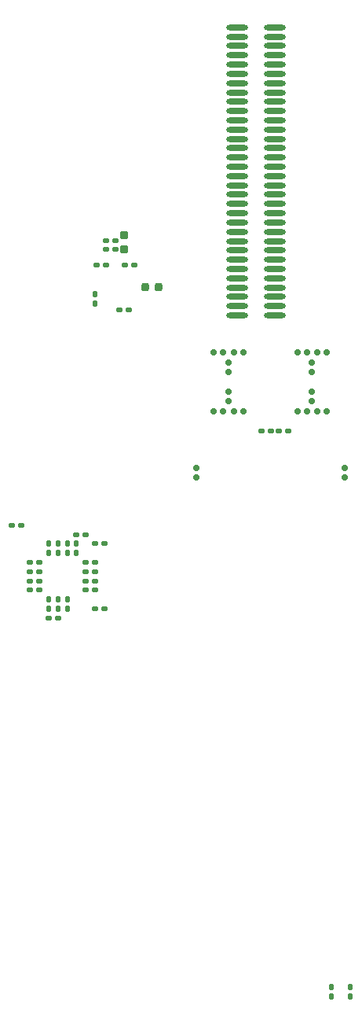
<source format=gbp>
G04*
G04 #@! TF.GenerationSoftware,Altium Limited,Altium Designer,21.7.2 (23)*
G04*
G04 Layer_Color=128*
%FSLAX43Y43*%
%MOMM*%
G71*
G04*
G04 #@! TF.SameCoordinates,A774AA4E-E338-4311-BF28-223F750F7C6B*
G04*
G04*
G04 #@! TF.FilePolarity,Positive*
G04*
G01*
G75*
G04:AMPARAMS|DCode=23|XSize=0.61mm|YSize=0.6mm|CornerRadius=0.15mm|HoleSize=0mm|Usage=FLASHONLY|Rotation=180.000|XOffset=0mm|YOffset=0mm|HoleType=Round|Shape=RoundedRectangle|*
%AMROUNDEDRECTD23*
21,1,0.610,0.300,0,0,180.0*
21,1,0.310,0.600,0,0,180.0*
1,1,0.300,-0.155,0.150*
1,1,0.300,0.155,0.150*
1,1,0.300,0.155,-0.150*
1,1,0.300,-0.155,-0.150*
%
%ADD23ROUNDEDRECTD23*%
G04:AMPARAMS|DCode=26|XSize=0.5mm|YSize=0.6mm|CornerRadius=0.125mm|HoleSize=0mm|Usage=FLASHONLY|Rotation=90.000|XOffset=0mm|YOffset=0mm|HoleType=Round|Shape=RoundedRectangle|*
%AMROUNDEDRECTD26*
21,1,0.500,0.350,0,0,90.0*
21,1,0.250,0.600,0,0,90.0*
1,1,0.250,0.175,0.125*
1,1,0.250,0.175,-0.125*
1,1,0.250,-0.175,-0.125*
1,1,0.250,-0.175,0.125*
%
%ADD26ROUNDEDRECTD26*%
G04:AMPARAMS|DCode=36|XSize=0.5mm|YSize=0.6mm|CornerRadius=0.125mm|HoleSize=0mm|Usage=FLASHONLY|Rotation=180.000|XOffset=0mm|YOffset=0mm|HoleType=Round|Shape=RoundedRectangle|*
%AMROUNDEDRECTD36*
21,1,0.500,0.350,0,0,180.0*
21,1,0.250,0.600,0,0,180.0*
1,1,0.250,-0.125,0.175*
1,1,0.250,0.125,0.175*
1,1,0.250,0.125,-0.175*
1,1,0.250,-0.125,-0.175*
%
%ADD36ROUNDEDRECTD36*%
G04:AMPARAMS|DCode=37|XSize=0.9mm|YSize=0.8mm|CornerRadius=0.2mm|HoleSize=0mm|Usage=FLASHONLY|Rotation=0.000|XOffset=0mm|YOffset=0mm|HoleType=Round|Shape=RoundedRectangle|*
%AMROUNDEDRECTD37*
21,1,0.900,0.400,0,0,0.0*
21,1,0.500,0.800,0,0,0.0*
1,1,0.400,0.250,-0.200*
1,1,0.400,-0.250,-0.200*
1,1,0.400,-0.250,0.200*
1,1,0.400,0.250,0.200*
%
%ADD37ROUNDEDRECTD37*%
G04:AMPARAMS|DCode=41|XSize=0.61mm|YSize=0.6mm|CornerRadius=0.15mm|HoleSize=0mm|Usage=FLASHONLY|Rotation=270.000|XOffset=0mm|YOffset=0mm|HoleType=Round|Shape=RoundedRectangle|*
%AMROUNDEDRECTD41*
21,1,0.610,0.300,0,0,270.0*
21,1,0.310,0.600,0,0,270.0*
1,1,0.300,-0.150,-0.155*
1,1,0.300,-0.150,0.155*
1,1,0.300,0.150,0.155*
1,1,0.300,0.150,-0.155*
%
%ADD41ROUNDEDRECTD41*%
G04:AMPARAMS|DCode=44|XSize=0.9mm|YSize=0.8mm|CornerRadius=0.2mm|HoleSize=0mm|Usage=FLASHONLY|Rotation=270.000|XOffset=0mm|YOffset=0mm|HoleType=Round|Shape=RoundedRectangle|*
%AMROUNDEDRECTD44*
21,1,0.900,0.400,0,0,270.0*
21,1,0.500,0.800,0,0,270.0*
1,1,0.400,-0.200,-0.250*
1,1,0.400,-0.200,0.250*
1,1,0.400,0.200,0.250*
1,1,0.400,0.200,-0.250*
%
%ADD44ROUNDEDRECTD44*%
%ADD179O,2.337X0.610*%
D23*
X84400Y128467D02*
D03*
Y129483D02*
D03*
Y126383D02*
D03*
Y125367D02*
D03*
X93400Y129483D02*
D03*
Y128467D02*
D03*
Y126383D02*
D03*
Y125367D02*
D03*
X80900Y118183D02*
D03*
Y117167D02*
D03*
X96900Y118183D02*
D03*
Y117167D02*
D03*
D26*
X89825Y122125D02*
D03*
X71150Y141700D02*
D03*
X72150D02*
D03*
X71150Y142607D02*
D03*
X72150D02*
D03*
X70150Y140000D02*
D03*
X71150D02*
D03*
X73200D02*
D03*
X74200D02*
D03*
X73650Y135200D02*
D03*
X72650D02*
D03*
X90825Y122125D02*
D03*
X88975D02*
D03*
X87975D02*
D03*
X69000Y111000D02*
D03*
X68000D02*
D03*
X71000Y110000D02*
D03*
X70000D02*
D03*
Y108000D02*
D03*
X69000D02*
D03*
X70000Y107000D02*
D03*
X69000D02*
D03*
X70000Y106000D02*
D03*
X69000D02*
D03*
X70000Y105000D02*
D03*
X69000D02*
D03*
X71000Y103000D02*
D03*
X70000D02*
D03*
X65000Y102000D02*
D03*
X66000D02*
D03*
X63000Y105000D02*
D03*
X64000D02*
D03*
X63000Y106000D02*
D03*
X64000D02*
D03*
X63000Y108000D02*
D03*
X64000D02*
D03*
X63000Y107000D02*
D03*
X64000D02*
D03*
X61000Y112000D02*
D03*
X62000D02*
D03*
D36*
X97500Y62250D02*
D03*
Y61250D02*
D03*
X95500Y62250D02*
D03*
Y61250D02*
D03*
X70000Y136850D02*
D03*
Y135850D02*
D03*
X68000Y110000D02*
D03*
Y109000D02*
D03*
X67000Y110000D02*
D03*
Y109000D02*
D03*
X65000Y110000D02*
D03*
Y109000D02*
D03*
X66000Y110000D02*
D03*
Y109000D02*
D03*
X65000Y103000D02*
D03*
Y104000D02*
D03*
X67000Y103000D02*
D03*
Y104000D02*
D03*
X66000Y103000D02*
D03*
Y104000D02*
D03*
D37*
X73150Y141700D02*
D03*
Y143224D02*
D03*
D41*
X92808Y124275D02*
D03*
X91792D02*
D03*
X95008D02*
D03*
X93992D02*
D03*
X86008Y124275D02*
D03*
X84992D02*
D03*
X83808D02*
D03*
X82792D02*
D03*
X86008Y130575D02*
D03*
X84992D02*
D03*
X83808D02*
D03*
X82792D02*
D03*
X93992Y130575D02*
D03*
X95008D02*
D03*
X91792D02*
D03*
X92808D02*
D03*
D44*
X75450Y137600D02*
D03*
X76850D02*
D03*
D179*
X85338Y148584D02*
D03*
Y164584D02*
D03*
Y165584D02*
D03*
Y163584D02*
D03*
Y151584D02*
D03*
Y160584D02*
D03*
Y154584D02*
D03*
Y144584D02*
D03*
Y161584D02*
D03*
Y147584D02*
D03*
Y152584D02*
D03*
Y146584D02*
D03*
Y155584D02*
D03*
Y159584D02*
D03*
Y157584D02*
D03*
Y156584D02*
D03*
Y158584D02*
D03*
Y145584D02*
D03*
Y153584D02*
D03*
Y162584D02*
D03*
Y143584D02*
D03*
Y150584D02*
D03*
Y149584D02*
D03*
Y142584D02*
D03*
X89338Y153584D02*
D03*
Y162584D02*
D03*
Y154584D02*
D03*
X85338Y139584D02*
D03*
Y134584D02*
D03*
Y141584D02*
D03*
Y138584D02*
D03*
Y135584D02*
D03*
Y137584D02*
D03*
X89338Y138584D02*
D03*
Y137584D02*
D03*
Y134584D02*
D03*
Y140584D02*
D03*
Y135584D02*
D03*
X85338Y136584D02*
D03*
Y140584D02*
D03*
X89338Y165584D02*
D03*
Y164584D02*
D03*
Y163584D02*
D03*
Y161584D02*
D03*
Y160584D02*
D03*
Y159584D02*
D03*
Y158584D02*
D03*
Y157584D02*
D03*
Y156584D02*
D03*
Y155584D02*
D03*
Y152584D02*
D03*
Y151584D02*
D03*
Y150584D02*
D03*
Y149584D02*
D03*
Y148584D02*
D03*
Y147584D02*
D03*
Y146584D02*
D03*
Y145584D02*
D03*
Y144584D02*
D03*
Y143584D02*
D03*
Y142584D02*
D03*
Y141584D02*
D03*
Y139584D02*
D03*
Y136584D02*
D03*
M02*

</source>
